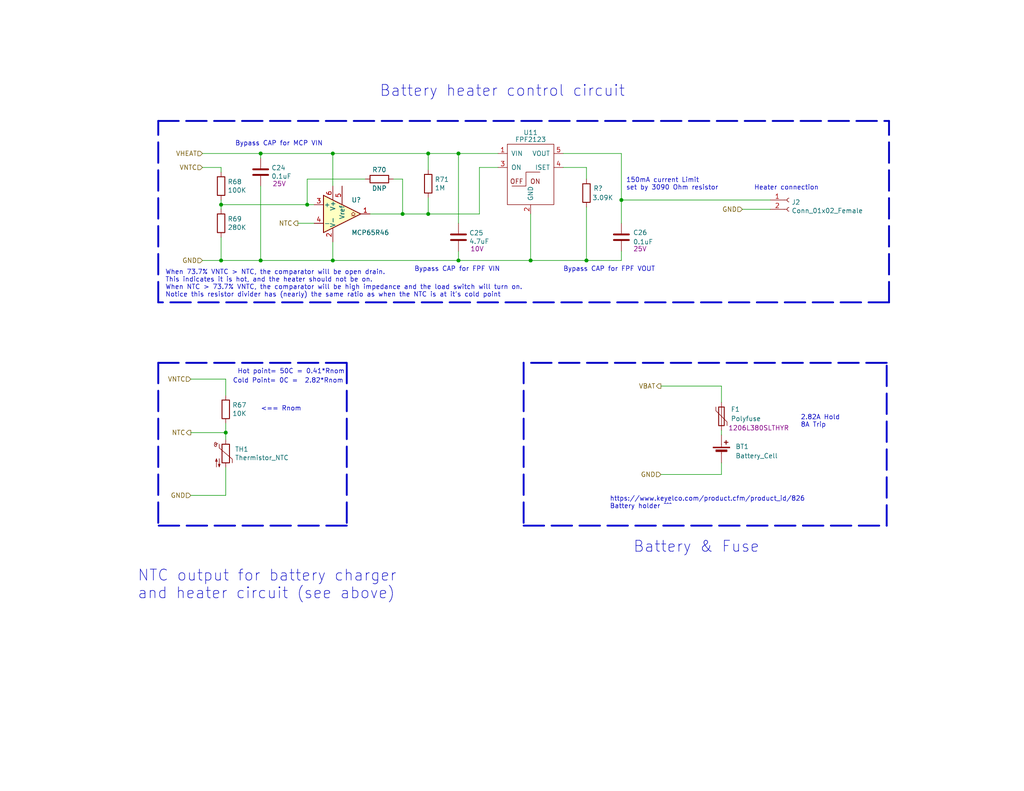
<source format=kicad_sch>
(kicad_sch (version 20231120) (generator "eeschema") (generator_version "8.0")
  (paper "A")
  (title_block (title "Battery, Battery Heater, NTC") (date "2020-08-11"))
  (lib_symbols
    (symbol "Comparator:MCP65R46" (pin_names (offset 0.127))
      (property "Reference" "U" (at 1.27 3.81 0))
      (property "Value" "MCP65R46" (at 6.35 -3.81 0))
      (symbol "MCP65R46_0_1"
        (polyline (pts (xy 3.556 -0.508) (xy 3.048 -0.508) (xy 3.556 0) (xy 3.048 0.508) (xy 2.54 0) (xy 3.048 -0.508) (xy 2.54 -0.508)) (stroke (width 0.127)))
      )
      (symbol "MCP65R46_1_1"
        (polyline (pts (xy -5.08 5.08) (xy -5.08 -5.08) (xy 5.08 0) (xy -5.08 5.08)) (stroke (width 0.254)) (fill (type background)))
        (pin open_collector line (at 7.62 0 180) (length 2.54) (name "~") (number "1"))
        (pin power_in line (at -2.54 -7.62 90) (length 3.81) (name "V-") (number "2"))
        (pin input line (at -7.62 2.54 0) (length 2.54) (name "+") (number "3"))
        (pin input line (at -7.62 -2.54 0) (length 2.54) (name "-") (number "4"))
        (pin power_out line (at 0 7.62 270) (length 5.08) (name "Vref") (number "5"))
        (pin power_in line (at -2.54 7.62 270) (length 3.81) (name "V+") (number "6"))
      )
    )
    (symbol "Device:Battery_Cell" (pin_numbers hide) (pin_names (offset 0) hide)
      (property "Reference" "BT" (at 2.54 2.54 0))
      (property "Value" "Battery_Cell" (at 2.54 0 0))
      (symbol "Battery_Cell_0_1"
        (rectangle (start -2.286 1.778) (end 2.286 1.524) (fill (type outline)))
        (rectangle (start -1.524 1.016) (end 1.524 0.508) (fill (type outline)))
        (polyline (pts (xy 0 0.762) (xy 0 0)))
        (polyline (pts (xy 0 1.778) (xy 0 2.54)))
        (polyline (pts (xy 0.762 3.048) (xy 1.778 3.048)) (stroke (width 0.254)))
        (polyline (pts (xy 1.27 3.556) (xy 1.27 2.54)) (stroke (width 0.254)))
      )
      (symbol "Battery_Cell_1_1"
        (pin passive line (at 0 5.08 270) (length 2.54) (name "+") (number "1"))
        (pin passive line (at 0 -2.54 90) (length 2.54) (name "-") (number "2"))
      )
    )
    (symbol "Device:C" (pin_numbers hide) (pin_names (offset 0.254))
      (property "Reference" "C" (at 0.635 2.54 0))
      (property "Value" "C" (at 0.635 -2.54 0))
      (symbol "C_0_1"
        (polyline (pts (xy -2.032 -0.762) (xy 2.032 -0.762)) (stroke (width 0.508)))
        (polyline (pts (xy -2.032 0.762) (xy 2.032 0.762)) (stroke (width 0.508)))
      )
      (symbol "C_1_1"
        (pin passive line (at 0 3.81 270) (length 2.794) (name "~") (number "1"))
        (pin passive line (at 0 -3.81 90) (length 2.794) (name "~") (number "2"))
      )
    )
    (symbol "Device:Polyfuse" (pin_numbers hide) (pin_names (offset 0))
      (property "Reference" "F" (at -2.54 0 90))
      (property "Value" "Polyfuse" (at 2.54 0 90))
      (symbol "Polyfuse_0_1"
        (rectangle (start -0.762 2.54) (end 0.762 -2.54) (stroke (width 0.254)))
        (polyline (pts (xy 0 2.54) (xy 0 -2.54)))
        (polyline (pts (xy -1.524 2.54) (xy -1.524 1.524) (xy 1.524 -1.524) (xy 1.524 -2.54)))
      )
      (symbol "Polyfuse_1_1"
        (pin passive line (at 0 3.81 270) (length 1.27) (name "~") (number "1"))
        (pin passive line (at 0 -3.81 90) (length 1.27) (name "~") (number "2"))
      )
    )
    (symbol "Device:R" (pin_numbers hide) (pin_names (offset 0))
      (property "Reference" "R" (at 2.032 0 90))
      (property "Value" "R" (at 0 0 90))
      (symbol "R_0_1"
        (rectangle (start -1.016 -2.54) (end 1.016 2.54) (stroke (width 0.254)))
      )
      (symbol "R_1_1"
        (pin passive line (at 0 3.81 270) (length 1.27) (name "~") (number "1"))
        (pin passive line (at 0 -3.81 90) (length 1.27) (name "~") (number "2"))
      )
    )
    (symbol "Device:Thermistor_NTC" (pin_numbers hide) (pin_names (offset 0))
      (property "Reference" "TH" (at -4.445 0 90))
      (property "Value" "Thermistor_NTC" (at 3.175 0 90))
      (symbol "Thermistor_NTC_0_1"
        (arc (start -3.048 2.159) (mid -3.0495 2.3143) (end -3.175 2.413))
        (arc (start -3.048 2.159) (mid -2.9736 1.9794) (end -2.794 1.905))
        (arc (start -3.048 2.794) (mid -2.9736 2.6144) (end -2.794 2.54))
        (arc (start -2.794 1.905) (mid -2.6144 1.9794) (end -2.54 2.159))
        (arc (start -2.794 2.54) (mid -2.4393 2.5587) (end -2.159 2.794))
        (arc (start -2.794 3.048) (mid -2.9736 2.9736) (end -3.048 2.794))
        (arc (start -2.54 2.794) (mid -2.6144 2.9736) (end -2.794 3.048))
        (rectangle (start -1.016 2.54) (end 1.016 -2.54) (stroke (width 0.254)))
        (polyline (pts (xy -2.54 2.159) (xy -2.54 2.794)))
        (polyline (pts (xy -1.778 2.54) (xy -1.778 1.524) (xy 1.778 -1.524) (xy 1.778 -2.54)))
        (polyline (pts (xy -2.54 -3.683) (xy -2.54 -1.397) (xy -2.794 -2.159) (xy -2.286 -2.159) (xy -2.54 -1.397) (xy -2.54 -1.651)) (fill (type outline)))
        (polyline (pts (xy -1.778 -1.397) (xy -1.778 -3.683) (xy -2.032 -2.921) (xy -1.524 -2.921) (xy -1.778 -3.683) (xy -1.778 -3.429)) (fill (type outline)))
      )
      (symbol "Thermistor_NTC_1_1"
        (pin passive line (at 0 3.81 270) (length 1.27) (name "~") (number "1"))
        (pin passive line (at 0 -3.81 90) (length 1.27) (name "~") (number "2"))
      )
    )
    (symbol "EPS-rescue:Conn_01x02_Female-Connector" (pin_names (offset 1.016) hide)
      (property "Reference" "J" (at 0 2.54 0))
      (property "Value" "Connector_Conn_01x02_Female" (at 0 -5.08 0))
      (symbol "Conn_01x02_Female-Connector_1_1"
        (arc (start 0 -2.032) (mid -0.508 -2.54) (end 0 -3.048) (stroke (width 0.1524)))
        (polyline (pts (xy -1.27 -2.54) (xy -0.508 -2.54)) (stroke (width 0.1524)))
        (polyline (pts (xy -1.27 0) (xy -0.508 0)) (stroke (width 0.1524)))
        (arc (start 0 0.508) (mid -0.508 0) (end 0 -0.508) (stroke (width 0.1524)))
        (pin passive line (at -5.08 0 0) (length 3.81) (name "Pin_1") (number "1"))
        (pin passive line (at -5.08 -2.54 0) (length 3.81) (name "Pin_2") (number "2"))
      )
    )
    (symbol "EPS-rescue:FPF2123-1K_Custom_Symbol" (pin_names (offset 1.016))
      (property "Reference" "U" (at 0 13.97 0))
      (property "Value" "1K_Custom_Symbol_FPF2123" (at 0 11.43 0))
      (symbol "FPF2123-1K_Custom_Symbol_0_0"
        (text "OFF" (at -3.81 0 0) (effects (font (size 1.27 1.27))))
        (text "ON" (at 1.27 0 0) (effects (font (size 1.27 1.27))))
      )
      (symbol "FPF2123-1K_Custom_Symbol_0_1"
        (rectangle (start -6.35 10.16) (end 6.35 -6.35))
        (polyline (pts (xy -5.08 -1.27) (xy -1.27 -1.27) (xy -1.27 2.54) (xy 2.54 2.54)))
      )
      (symbol "FPF2123-1K_Custom_Symbol_1_1"
        (pin power_in line (at -8.89 7.62 0) (length 2.54) (name "VIN") (number "1"))
        (pin power_in line (at 0 -8.89 90) (length 2.54) (name "GND") (number "2"))
        (pin input line (at -8.89 3.81 0) (length 2.54) (name "ON") (number "3"))
        (pin input line (at 8.89 3.81 180) (length 2.54) (name "ISET") (number "4"))
        (pin power_out line (at 8.89 7.62 180) (length 2.54) (name "VOUT") (number "5"))
      )
    )
  )
  (junction (at 125.095 41.91))
  (junction (at 109.855 58.42))
  (junction (at 160.02 71.12))
  (junction (at 169.545 54.61))
  (junction (at 60.325 71.12))
  (junction (at 71.12 41.91))
  (junction (at 116.84 41.91))
  (junction (at 90.805 41.91))
  (junction (at 83.82 55.88))
  (junction (at 60.325 55.88))
  (junction (at 71.12 71.12))
  (junction (at 61.595 118.11))
  (junction (at 90.805 71.12))
  (junction (at 144.78 71.12))
  (junction (at 125.095 71.12))
  (junction (at 116.84 58.42))
  (wire (pts (xy 90.805 71.12) (xy 125.095 71.12)))
  (wire (pts (xy 61.595 135.255) (xy 52.07 135.255)))
  (wire (pts (xy 60.325 45.72) (xy 60.325 46.99)))
  (wire (pts (xy 144.78 58.42) (xy 144.78 71.12)))
  (wire (pts (xy 60.325 55.88) (xy 83.82 55.88)))
  (wire (pts (xy 61.595 103.505) (xy 52.07 103.505)))
  (wire (pts (xy 71.12 43.18) (xy 71.12 41.91)))
  (wire (pts (xy 61.595 118.11) (xy 52.07 118.11)))
  (wire (pts (xy 180.34 129.54) (xy 196.85 129.54)))
  (wire (pts (xy 61.595 115.57) (xy 61.595 118.11)))
  (polyline (pts (xy 241.935 99.06) (xy 142.875 99.06)) (stroke (width 0.508) (type dash)))
  (polyline (pts (xy 242.57 82.55) (xy 43.18 82.55)) (stroke (width 0.508) (type dash)))
  (polyline (pts (xy 43.18 99.06) (xy 95.25 99.06)) (stroke (width 0.508) (type dash)))
  (wire (pts (xy 153.67 41.91) (xy 169.545 41.91)))
  (wire (pts (xy 125.095 41.91) (xy 125.095 60.96)))
  (wire (pts (xy 196.85 117.475) (xy 196.85 118.745)))
  (wire (pts (xy 125.095 41.91) (xy 135.89 41.91)))
  (wire (pts (xy 109.855 48.895) (xy 109.855 58.42)))
  (wire (pts (xy 169.545 41.91) (xy 169.545 54.61)))
  (polyline (pts (xy 94.615 99.06) (xy 94.615 143.51)) (stroke (width 0.508) (type dash)))
  (wire (pts (xy 116.84 58.42) (xy 130.81 58.42)))
  (wire (pts (xy 60.325 64.77) (xy 60.325 71.12)))
  (wire (pts (xy 125.095 71.12) (xy 144.78 71.12)))
  (wire (pts (xy 61.595 118.11) (xy 61.595 120.015)))
  (polyline (pts (xy 242.57 82.55) (xy 242.57 33.02)) (stroke (width 0.508) (type dash)))
  (wire (pts (xy 130.81 58.42) (xy 130.81 45.72)))
  (wire (pts (xy 71.12 41.91) (xy 90.805 41.91)))
  (wire (pts (xy 109.855 58.42) (xy 116.84 58.42)))
  (wire (pts (xy 99.695 48.895) (xy 83.82 48.895)))
  (wire (pts (xy 61.595 107.95) (xy 61.595 103.505)))
  (wire (pts (xy 160.02 56.515) (xy 160.02 71.12)))
  (wire (pts (xy 144.78 71.12) (xy 160.02 71.12)))
  (wire (pts (xy 60.325 71.12) (xy 71.12 71.12)))
  (wire (pts (xy 196.85 105.41) (xy 196.85 109.855)))
  (wire (pts (xy 100.965 58.42) (xy 109.855 58.42)))
  (wire (pts (xy 71.12 71.12) (xy 90.805 71.12)))
  (polyline (pts (xy 241.935 143.51) (xy 241.935 99.06)) (stroke (width 0.508) (type dash)))
  (polyline (pts (xy 43.18 82.55) (xy 43.18 33.02)) (stroke (width 0.508) (type dash)))
  (polyline (pts (xy 94.615 143.51) (xy 42.545 143.51)) (stroke (width 0.508) (type dash)))
  (wire (pts (xy 55.245 71.12) (xy 60.325 71.12)))
  (wire (pts (xy 55.245 41.91) (xy 71.12 41.91)))
  (wire (pts (xy 81.28 60.96) (xy 85.725 60.96)))
  (wire (pts (xy 160.02 71.12) (xy 169.545 71.12)))
  (wire (pts (xy 60.325 55.88) (xy 60.325 57.15)))
  (wire (pts (xy 107.315 48.895) (xy 109.855 48.895)))
  (polyline (pts (xy 43.18 99.06) (xy 43.18 143.51)) (stroke (width 0.508) (type dash)))
  (wire (pts (xy 116.84 53.975) (xy 116.84 58.42)))
  (wire (pts (xy 202.565 57.15) (xy 210.185 57.15)))
  (wire (pts (xy 125.095 68.58) (xy 125.095 71.12)))
  (wire (pts (xy 83.82 55.88) (xy 85.725 55.88)))
  (polyline (pts (xy 43.18 33.02) (xy 242.57 33.02)) (stroke (width 0.508) (type dash)))
  (wire (pts (xy 71.12 50.8) (xy 71.12 71.12)))
  (wire (pts (xy 169.545 54.61) (xy 210.185 54.61)))
  (polyline (pts (xy 142.875 99.06) (xy 142.875 143.51)) (stroke (width 0.508) (type dash)))
  (wire (pts (xy 116.84 41.91) (xy 125.095 41.91)))
  (wire (pts (xy 169.545 54.61) (xy 169.545 60.96)))
  (wire (pts (xy 130.81 45.72) (xy 135.89 45.72)))
  (wire (pts (xy 83.82 48.895) (xy 83.82 55.88)))
  (wire (pts (xy 90.805 71.12) (xy 90.805 66.04)))
  (wire (pts (xy 90.805 41.91) (xy 90.805 50.8)))
  (wire (pts (xy 55.245 45.72) (xy 60.325 45.72)))
  (wire (pts (xy 169.545 71.12) (xy 169.545 68.58)))
  (wire (pts (xy 160.02 45.72) (xy 160.02 48.895)))
  (wire (pts (xy 60.325 54.61) (xy 60.325 55.88)))
  (polyline (pts (xy 142.875 143.51) (xy 241.935 143.51)) (stroke (width 0.508) (type dash)))
  (wire (pts (xy 61.595 127.635) (xy 61.595 135.255)))
  (wire (pts (xy 90.805 41.91) (xy 116.84 41.91)))
  (wire (pts (xy 196.85 126.365) (xy 196.85 129.54)))
  (wire (pts (xy 153.67 45.72) (xy 160.02 45.72)))
  (wire (pts (xy 180.34 105.41) (xy 196.85 105.41)))
  (wire (pts (xy 116.84 46.355) (xy 116.84 41.91)))
  (text "https://www.keyelco.com/product.cfm/product_id/826 \nBattery holder ^^^\n" (at 166.37 139.065 0) (effects (font (size 1.27 1.27)) (justify left bottom)))
  (text "150mA current Limit\nset by 3090 Ohm resistor" (at 170.815 52.07 0) (effects (font (size 1.27 1.27)) (justify left bottom)))
  (text "2.82A Hold\n8A Trip" (at 218.44 116.84 0) (effects (font (size 1.27 1.27)) (justify left bottom)))
  (text "<== Rnom" (at 71.12 112.395 0) (effects (font (size 1.27 1.27)) (justify left bottom)))
  (text "Hot point= 50C = 0.41*Rnom" (at 64.77 102.235 0) (effects (font (size 1.27 1.27)) (justify left bottom)))
  (text "Cold Point= 0C =  2.82*Rnom" (at 63.5 104.775 0) (effects (font (size 1.27 1.27)) (justify left bottom)))
  (text "Battery heater control circuit" (at 103.505 26.67 0) (effects (font (size 2.9972 2.9972)) (justify left bottom)))
  (text "NTC output for battery charger\nand heater circuit (see above) " (at 37.465 163.83 0) (effects (font (size 2.9972 2.9972)) (justify left bottom)))
  (text "Heater connection" (at 205.74 52.07 0) (effects (font (size 1.27 1.27)) (justify left bottom)))
  (text "Battery & Fuse" (at 172.72 151.13 0) (effects (font (size 2.9972 2.9972)) (justify left bottom)))
  (text "Bypass CAP for FPF VOUT" (at 153.67 74.295 0) (effects (font (size 1.27 1.27)) (justify left bottom)))
  (text "Bypass CAP for MCP VIN" (at 64.135 40.005 0) (effects (font (size 1.27 1.27)) (justify left bottom)))
  (text "Bypass CAP for FPF VIN" (at 113.03 74.295 0) (effects (font (size 1.27 1.27)) (justify left bottom)))
  (text "When 73.7% VNTC > NTC, the comparator will be open drain.\nThis indicates it is hot, and the heater should not be on.\nWhen NTC > 73.7% VNTC, the comparator will be high impedance and the load switch will turn on.\nNotice this resistor divider has (nearly) the same ratio as when the NTC is at it's cold point" (at 45.085 81.28 0) (effects (font (size 1.27 1.27)) (justify left bottom)))
  (hierarchical_label "VHEAT" (shape input) (at 55.245 41.91 180))
  (hierarchical_label "VBAT" (shape output) (at 180.34 105.41 180))
  (hierarchical_label "GND" (shape input) (at 180.34 129.54 180))
  (hierarchical_label "VNTC" (shape input) (at 55.245 45.72 180))
  (hierarchical_label "VNTC" (shape input) (at 52.07 103.505 180))
  (hierarchical_label "GND" (shape input) (at 55.245 71.12 180))
  (hierarchical_label "NTC" (shape output) (at 81.28 60.96 180))
  (hierarchical_label "GND" (shape input) (at 52.07 135.255 180))
  (hierarchical_label "GND" (shape input) (at 202.565 57.15 180))
  (hierarchical_label "NTC" (shape output) (at 52.07 118.11 180))
  (symbol (lib_id "Device:Thermistor_NTC") (at 61.595 123.825 0) (unit 1)
    (property "Reference" "TH1" (at 64.0842 122.6566 0) (effects (justify left)))
    (property "Value" "Thermistor_NTC" (at 64.0842 124.968 0) (effects (justify left)))
    (property "Footprint" "Connector_PinHeader_1.27mm:PinHeader_1x02_P1.27mm_Vertical" (effects (hide yes)))
    (property "Mfr. #" "NXFT15XH103FA2B130" (effects (hide yes)))
    (property "Order" "https://www.digikey.com/en/products/detail/murata-electronics/NXFT15XH103FA2B130/3863299" (effects (hide yes)))
    (instances (project "" (path "" (reference "TH1") (unit 1)) (path "" (reference "TH2") (unit 1))))
  )
  (symbol (lib_id "Device:R") (at 61.595 111.76 0) (unit 1)
    (property "Reference" "R67" (at 63.373 110.5916 0) (effects (justify left)))
    (property "Value" "10K" (at 63.373 112.903 0) (effects (justify left)))
    (property "Footprint" "Resistor_SMD:R_0603_1608Metric_Pad1.05x0.95mm_HandSolder" (effects (hide yes)))
    (property "Mfr. #" "RMCF0603FT10K0" (effects (hide yes)))
    (property "Order" "https://www.digikey.com/en/products/detail/stackpole-electronics-inc/RMCF0603FT10K0/1761235" (effects (hide yes)))
    (instances (project "" (path "" (reference "R67") (unit 1)) (path "" (reference "R79") (unit 1))))
  )
  (symbol (lib_id "Device:Battery_Cell") (at 196.85 123.825 0) (unit 1)
    (property "Reference" "BT1" (at 200.66 121.92 0) (effects (justify left)))
    (property "Value" "Battery_Cell" (at 200.66 124.46 0) (effects (justify left)))
    (property "Footprint" "footprint_custom:BatteryHolder_Keystone_54_v2_1x18650" (effects (hide yes)))
    (property "Datasheet" "https://www.keyelco.com/product.cfm/product_id/826" (effects (hide yes)))
    (property "Mfr. #" "54" (effects (hide yes)))
    (property "Order" "https://www.digikey.com/en/products/detail/keystone-electronics/54/2254090" (effects (hide yes)))
    (instances (project "" (path "" (reference "BT1") (unit 1)) (path "" (reference "BT2") (unit 1))))
  )
  (symbol (lib_id "Device:R") (at 60.325 60.96 0) (unit 1)
    (property "Reference" "R69" (at 62.103 59.7916 0) (effects (justify left)))
    (property "Value" "280K" (at 62.103 62.103 0) (effects (justify left)))
    (property "Footprint" "Resistor_SMD:R_0603_1608Metric_Pad1.05x0.95mm_HandSolder" (effects (hide yes)))
    (property "Mfr. #" "RMCF0603FT280K" (effects (hide yes)))
    (property "Order" "https://www.digikey.com/en/products/detail/stackpole-electronics-inc/RMCF0603FT280K/1761337" (effects (hide yes)))
    (instances (project "" (path "" (reference "R69") (unit 1)) (path "" (reference "R81") (unit 1))))
  )
  (symbol (lib_id "Device:Polyfuse") (at 196.85 113.665 0) (unit 1)
    (property "Reference" "F1" (at 199.39 111.76 0) (effects (justify left)))
    (property "Value" "Polyfuse" (at 199.39 114.3 0) (effects (justify left)))
    (property "Footprint" "Fuse:Fuse_1206_3216Metric_Pad1.42x1.75mm_HandSolder" (effects (hide yes)))
    (property "Mfr. #" "1206L380SLTHYR" (at 207.01 116.84 0))
    (property "Order" "https://www.digikey.com/en/products/detail/littelfuse-inc/1206L380SLTHYR/3305608" (effects (hide yes)))
    (instances (project "" (path "" (reference "F1") (unit 1)) (path "" (reference "F2") (unit 1))))
  )
  (symbol (lib_id "Device:C") (at 169.545 64.77 0) (unit 1)
    (property "Reference" "C26" (at 172.72 63.5 0) (effects (justify left)))
    (property "Value" "0.1uF" (at 172.72 66.04 0) (effects (justify left)))
    (property "Footprint" "Capacitor_SMD:C_0603_1608Metric_Pad1.05x0.95mm_HandSolder" (effects (hide yes)))
    (property "Mfr. #" "CL10B104KA8NNNC" (effects (hide yes)))
    (property "Order" "https://www.digikey.com/product-detail/en/samsung-electro-mechanics/CL10B104KA8NNNC/1276-1006-1-ND/3889092" (effects (hide yes)))
    (property "Voltage" "25V" (at 174.625 67.945 0))
    (instances (project "" (path "" (reference "C26") (unit 1)) (path "" (reference "C31") (unit 1))))
  )
  (symbol (lib_id "Device:C") (at 125.095 64.77 0) (unit 1)
    (property "Reference" "C25" (at 128.016 63.6016 0) (effects (justify left)))
    (property "Value" "4.7uF" (at 128.016 65.913 0) (effects (justify left)))
    (property "Footprint" "Capacitor_SMD:C_0603_1608Metric_Pad1.05x0.95mm_HandSolder" (effects (hide yes)))
    (property "Mfr. #" "C1608X7S1A475K080AC" (effects (hide yes)))
    (property "Order" "https://www.digikey.com/product-detail/en/tdk-corporation/C1608X7S1A475K080AC/445-14258-1-ND/3955924" (effects (hide yes)))
    (property "Voltage" "10V" (at 130.175 67.945 0))
    (instances (project "" (path "" (reference "C25") (unit 1)) (path "" (reference "C30") (unit 1))))
  )
  (symbol (lib_id "Device:C") (at 71.12 46.99 0) (unit 1)
    (property "Reference" "C24" (at 74.041 45.8216 0) (effects (justify left)))
    (property "Value" "0.1uF" (at 74.041 48.133 0) (effects (justify left)))
    (property "Footprint" "Capacitor_SMD:C_0603_1608Metric_Pad1.05x0.95mm_HandSolder" (effects (hide yes)))
    (property "Mfr. #" "CL10B104KA8NNNC" (effects (hide yes)))
    (property "Order" "https://www.digikey.com/product-detail/en/samsung-electro-mechanics/CL10B104KA8NNNC/1276-1006-1-ND/3889092" (effects (hide yes)))
    (property "Voltage" "25V" (at 76.2 50.165 0))
    (instances (project "" (path "" (reference "C24") (unit 1)) (path "" (reference "C29") (unit 1))))
  )
  (symbol (lib_id "Device:R") (at 103.505 48.895 270) (unit 1)
    (property "Reference" "R70" (at 103.505 46.355 90))
    (property "Value" "DNP" (at 103.505 51.435 90))
    (property "Footprint" "Resistor_SMD:R_0603_1608Metric_Pad1.05x0.95mm_HandSolder" (effects (hide yes)))
    (instances (project "" (path "" (reference "R70") (unit 1)) (path "" (reference "R82") (unit 1))))
  )
  (symbol (lib_id "EPS-rescue:Conn_01x02_Female-Connector") (at 215.265 54.61 0) (unit 1)
    (property "Reference" "J2" (at 215.9762 55.2196 0) (effects (justify left)))
    (property "Value" "Conn_01x02_Female" (at 215.9762 57.531 0) (effects (justify left)))
    (property "Footprint" "Connector_PinHeader_1.27mm:PinHeader_1x02_P1.27mm_Vertical" (effects (hide yes)))
    (instances (project "" (path "" (reference "J2") (unit 1)) (path "" (reference "J4") (unit 1))))
  )
  (symbol (lib_id "Comparator:MCP65R46") (at 93.345 58.42 0) (unit 1)
    (property "Reference" "U?" (at 95.885 54.61 0) (effects (justify left)))
    (property "Value" "MCP65R46" (at 95.885 63.5 0) (effects (justify left)))
    (property "Footprint" "Package_TO_SOT_SMD:SOT-23-6_Handsoldering" (effects (hide yes)))
    (property "Datasheet" "http://ww1.microchip.com/downloads/en/DeviceDoc/22269B.pdf" (effects (hide yes)))
    (property "Mfr. #" "MCP65R46T-2402E/CHY" (effects (hide yes)))
    (property "Order" "https://www.digikey.com/product-detail/en/microchip-technology/MCP65R46T-2402E-CHY/MCP65R46T-2402E-CHYCT-ND/2618485" (effects (hide yes)))
    (instances (project "" (path "" (reference "U?") (unit 1)) (path "" (reference "U10") (unit 1)) (path "" (reference "U13") (unit 1)) (path "" (reference "U?") (unit 1))))
  )
  (symbol (lib_id "EPS-rescue:FPF2123-1K_Custom_Symbol") (at 144.78 49.53 0) (unit 1)
    (property "Reference" "U11" (at 144.78 36.195 0))
    (property "Value" "FPF2123" (at 144.78 38.1 0))
    (property "Footprint" "Package_TO_SOT_SMD:SOT-23-5_HandSoldering" (effects (hide yes)))
    (property "Datasheet" "https://www.onsemi.com/pub/Collateral/FPF2125-D.pdf" (effects (hide yes)))
    (property "Mfr. #" "FPF2123" (effects (hide yes)))
    (property "Order" "https://www.digikey.com/product-detail/en/on-semiconductor/FPF2123/FPF2123CT-ND/1033703" (effects (hide yes)))
    (instances (project "" (path "" (reference "U11") (unit 1)) (path "" (reference "U14") (unit 1))))
  )
  (symbol (lib_id "Device:R") (at 116.84 50.165 0) (unit 1)
    (property "Reference" "R71" (at 118.618 48.9966 0) (effects (justify left)))
    (property "Value" "1M" (at 118.618 51.308 0) (effects (justify left)))
    (property "Footprint" "Resistor_SMD:R_0603_1608Metric_Pad1.05x0.95mm_HandSolder" (effects (hide yes)))
    (property "Mfr. #" "RMCF0603JT1M00" (effects (hide yes)))
    (property "Order" "https://www.digikey.com/en/products/detail/stackpole-electronics-inc/RMCF0603JT1M00/1758066" (effects (hide yes)))
    (instances (project "" (path "" (reference "R71") (unit 1)) (path "" (reference "R83") (unit 1))))
  )
  (symbol (lib_id "Device:R") (at 160.02 52.705 180) (unit 1)
    (property "Reference" "R?" (at 163.195 51.435 0))
    (property "Value" "3.09K" (at 164.465 53.975 0))
    (property "Footprint" "Resistor_SMD:R_0603_1608Metric_Pad1.05x0.95mm_HandSolder" (effects (hide yes)))
    (property "Mfr. #" "RMCF0603FT3K09" (effects (hide yes)))
    (property "Order" "https://www.digikey.com/en/products/detail/stackpole-electronics-inc/RMCF0603FT3K09/1761340" (effects (hide yes)))
    (instances (project "" (path "" (reference "R?") (unit 1)) (path "" (reference "R?") (unit 1)) (path "" (reference "R72") (unit 1)) (path "" (reference "R84") (unit 1)) (path "" (reference "R?") (unit 1))))
  )
  (symbol (lib_id "Device:R") (at 60.325 50.8 0) (unit 1)
    (property "Reference" "R68" (at 62.103 49.6316 0) (effects (justify left)))
    (property "Value" "100K" (at 62.103 51.943 0) (effects (justify left)))
    (property "Footprint" "Resistor_SMD:R_0603_1608Metric_Pad1.05x0.95mm_HandSolder" (effects (hide yes)))
    (property "Mfr. #" "RMCF0603FT100K" (effects (hide yes)))
    (property "Order" "https://www.digikey.com/en/products/detail/stackpole-electronics-inc/RMCF0603FT100K/1761112" (effects (hide yes)))
    (instances (project "" (path "" (reference "R68") (unit 1)) (path "" (reference "R80") (unit 1))))
  )
)
</source>
